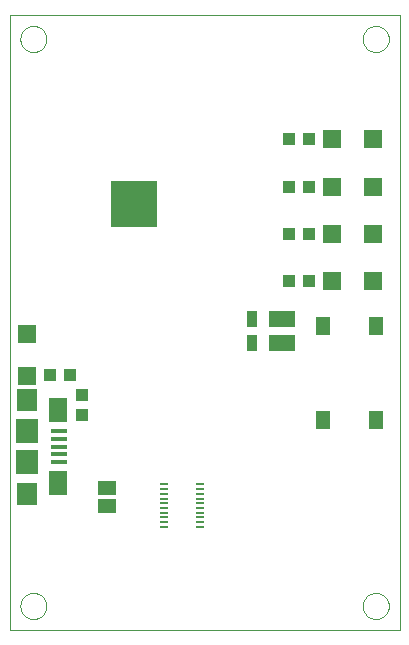
<source format=gtp>
G75*
G70*
%OFA0B0*%
%FSLAX24Y24*%
%IPPOS*%
%LPD*%
%AMOC8*
5,1,8,0,0,1.08239X$1,22.5*
%
%ADD10C,0.0000*%
%ADD11R,0.0591X0.0591*%
%ADD12R,0.0394X0.0433*%
%ADD13R,0.0512X0.0610*%
%ADD14R,0.0531X0.0157*%
%ADD15R,0.0630X0.0827*%
%ADD16R,0.0748X0.0837*%
%ADD17R,0.0709X0.0748*%
%ADD18R,0.0276X0.0079*%
%ADD19R,0.0630X0.0460*%
%ADD20R,0.0433X0.0394*%
%ADD21R,0.0866X0.0551*%
%ADD22R,0.0354X0.0551*%
%ADD23R,0.1575X0.1575*%
D10*
X000519Y000100D02*
X000519Y020572D01*
X013511Y020572D01*
X013511Y000100D01*
X000519Y000100D01*
X000873Y000887D02*
X000875Y000928D01*
X000881Y000969D01*
X000891Y001009D01*
X000904Y001048D01*
X000921Y001085D01*
X000942Y001121D01*
X000966Y001155D01*
X000993Y001186D01*
X001022Y001214D01*
X001055Y001240D01*
X001089Y001262D01*
X001126Y001281D01*
X001164Y001296D01*
X001204Y001308D01*
X001244Y001316D01*
X001285Y001320D01*
X001327Y001320D01*
X001368Y001316D01*
X001408Y001308D01*
X001448Y001296D01*
X001486Y001281D01*
X001522Y001262D01*
X001557Y001240D01*
X001590Y001214D01*
X001619Y001186D01*
X001646Y001155D01*
X001670Y001121D01*
X001691Y001085D01*
X001708Y001048D01*
X001721Y001009D01*
X001731Y000969D01*
X001737Y000928D01*
X001739Y000887D01*
X001737Y000846D01*
X001731Y000805D01*
X001721Y000765D01*
X001708Y000726D01*
X001691Y000689D01*
X001670Y000653D01*
X001646Y000619D01*
X001619Y000588D01*
X001590Y000560D01*
X001557Y000534D01*
X001523Y000512D01*
X001486Y000493D01*
X001448Y000478D01*
X001408Y000466D01*
X001368Y000458D01*
X001327Y000454D01*
X001285Y000454D01*
X001244Y000458D01*
X001204Y000466D01*
X001164Y000478D01*
X001126Y000493D01*
X001090Y000512D01*
X001055Y000534D01*
X001022Y000560D01*
X000993Y000588D01*
X000966Y000619D01*
X000942Y000653D01*
X000921Y000689D01*
X000904Y000726D01*
X000891Y000765D01*
X000881Y000805D01*
X000875Y000846D01*
X000873Y000887D01*
X012290Y000887D02*
X012292Y000928D01*
X012298Y000969D01*
X012308Y001009D01*
X012321Y001048D01*
X012338Y001085D01*
X012359Y001121D01*
X012383Y001155D01*
X012410Y001186D01*
X012439Y001214D01*
X012472Y001240D01*
X012506Y001262D01*
X012543Y001281D01*
X012581Y001296D01*
X012621Y001308D01*
X012661Y001316D01*
X012702Y001320D01*
X012744Y001320D01*
X012785Y001316D01*
X012825Y001308D01*
X012865Y001296D01*
X012903Y001281D01*
X012939Y001262D01*
X012974Y001240D01*
X013007Y001214D01*
X013036Y001186D01*
X013063Y001155D01*
X013087Y001121D01*
X013108Y001085D01*
X013125Y001048D01*
X013138Y001009D01*
X013148Y000969D01*
X013154Y000928D01*
X013156Y000887D01*
X013154Y000846D01*
X013148Y000805D01*
X013138Y000765D01*
X013125Y000726D01*
X013108Y000689D01*
X013087Y000653D01*
X013063Y000619D01*
X013036Y000588D01*
X013007Y000560D01*
X012974Y000534D01*
X012940Y000512D01*
X012903Y000493D01*
X012865Y000478D01*
X012825Y000466D01*
X012785Y000458D01*
X012744Y000454D01*
X012702Y000454D01*
X012661Y000458D01*
X012621Y000466D01*
X012581Y000478D01*
X012543Y000493D01*
X012507Y000512D01*
X012472Y000534D01*
X012439Y000560D01*
X012410Y000588D01*
X012383Y000619D01*
X012359Y000653D01*
X012338Y000689D01*
X012321Y000726D01*
X012308Y000765D01*
X012298Y000805D01*
X012292Y000846D01*
X012290Y000887D01*
X012290Y019785D02*
X012292Y019826D01*
X012298Y019867D01*
X012308Y019907D01*
X012321Y019946D01*
X012338Y019983D01*
X012359Y020019D01*
X012383Y020053D01*
X012410Y020084D01*
X012439Y020112D01*
X012472Y020138D01*
X012506Y020160D01*
X012543Y020179D01*
X012581Y020194D01*
X012621Y020206D01*
X012661Y020214D01*
X012702Y020218D01*
X012744Y020218D01*
X012785Y020214D01*
X012825Y020206D01*
X012865Y020194D01*
X012903Y020179D01*
X012939Y020160D01*
X012974Y020138D01*
X013007Y020112D01*
X013036Y020084D01*
X013063Y020053D01*
X013087Y020019D01*
X013108Y019983D01*
X013125Y019946D01*
X013138Y019907D01*
X013148Y019867D01*
X013154Y019826D01*
X013156Y019785D01*
X013154Y019744D01*
X013148Y019703D01*
X013138Y019663D01*
X013125Y019624D01*
X013108Y019587D01*
X013087Y019551D01*
X013063Y019517D01*
X013036Y019486D01*
X013007Y019458D01*
X012974Y019432D01*
X012940Y019410D01*
X012903Y019391D01*
X012865Y019376D01*
X012825Y019364D01*
X012785Y019356D01*
X012744Y019352D01*
X012702Y019352D01*
X012661Y019356D01*
X012621Y019364D01*
X012581Y019376D01*
X012543Y019391D01*
X012507Y019410D01*
X012472Y019432D01*
X012439Y019458D01*
X012410Y019486D01*
X012383Y019517D01*
X012359Y019551D01*
X012338Y019587D01*
X012321Y019624D01*
X012308Y019663D01*
X012298Y019703D01*
X012292Y019744D01*
X012290Y019785D01*
X000873Y019785D02*
X000875Y019826D01*
X000881Y019867D01*
X000891Y019907D01*
X000904Y019946D01*
X000921Y019983D01*
X000942Y020019D01*
X000966Y020053D01*
X000993Y020084D01*
X001022Y020112D01*
X001055Y020138D01*
X001089Y020160D01*
X001126Y020179D01*
X001164Y020194D01*
X001204Y020206D01*
X001244Y020214D01*
X001285Y020218D01*
X001327Y020218D01*
X001368Y020214D01*
X001408Y020206D01*
X001448Y020194D01*
X001486Y020179D01*
X001522Y020160D01*
X001557Y020138D01*
X001590Y020112D01*
X001619Y020084D01*
X001646Y020053D01*
X001670Y020019D01*
X001691Y019983D01*
X001708Y019946D01*
X001721Y019907D01*
X001731Y019867D01*
X001737Y019826D01*
X001739Y019785D01*
X001737Y019744D01*
X001731Y019703D01*
X001721Y019663D01*
X001708Y019624D01*
X001691Y019587D01*
X001670Y019551D01*
X001646Y019517D01*
X001619Y019486D01*
X001590Y019458D01*
X001557Y019432D01*
X001523Y019410D01*
X001486Y019391D01*
X001448Y019376D01*
X001408Y019364D01*
X001368Y019356D01*
X001327Y019352D01*
X001285Y019352D01*
X001244Y019356D01*
X001204Y019364D01*
X001164Y019376D01*
X001126Y019391D01*
X001090Y019410D01*
X001055Y019432D01*
X001022Y019458D01*
X000993Y019486D01*
X000966Y019517D01*
X000942Y019551D01*
X000921Y019587D01*
X000904Y019624D01*
X000891Y019663D01*
X000881Y019703D01*
X000875Y019744D01*
X000873Y019785D01*
D11*
X001109Y009943D03*
X001109Y008565D03*
X011247Y011714D03*
X011247Y013289D03*
X011247Y014864D03*
X011247Y016439D03*
X012625Y016439D03*
X012625Y014864D03*
X012625Y013289D03*
X012625Y011714D03*
D12*
X010499Y011714D03*
X009830Y011714D03*
X009830Y013289D03*
X010499Y013289D03*
X010499Y014868D03*
X009830Y014868D03*
X009830Y016439D03*
X010499Y016439D03*
X002527Y008584D03*
X001857Y008584D03*
D13*
X010952Y007098D03*
X012723Y007098D03*
X012723Y010228D03*
X010952Y010228D03*
D14*
X002162Y006714D03*
X002162Y006458D03*
X002162Y006202D03*
X002162Y005946D03*
X002162Y005691D03*
D15*
X002113Y004982D03*
X002113Y007423D03*
D16*
X001109Y006719D03*
X001109Y005686D03*
D17*
X001109Y004637D03*
X001109Y007767D03*
D18*
X005657Y004943D03*
X005657Y004785D03*
X005657Y004628D03*
X005657Y004470D03*
X005657Y004313D03*
X005657Y004155D03*
X005657Y003998D03*
X005657Y003840D03*
X005657Y003683D03*
X005657Y003525D03*
X006870Y003525D03*
X006870Y003683D03*
X006870Y003840D03*
X006870Y003998D03*
X006870Y004155D03*
X006870Y004313D03*
X006870Y004470D03*
X006870Y004628D03*
X006870Y004785D03*
X006870Y004943D03*
D19*
X003767Y004829D03*
X003767Y004229D03*
D20*
X002940Y007246D03*
X002940Y007915D03*
D21*
X009594Y009667D03*
X009594Y010454D03*
D22*
X008590Y010454D03*
X008590Y009667D03*
D23*
X004653Y014273D03*
M02*

</source>
